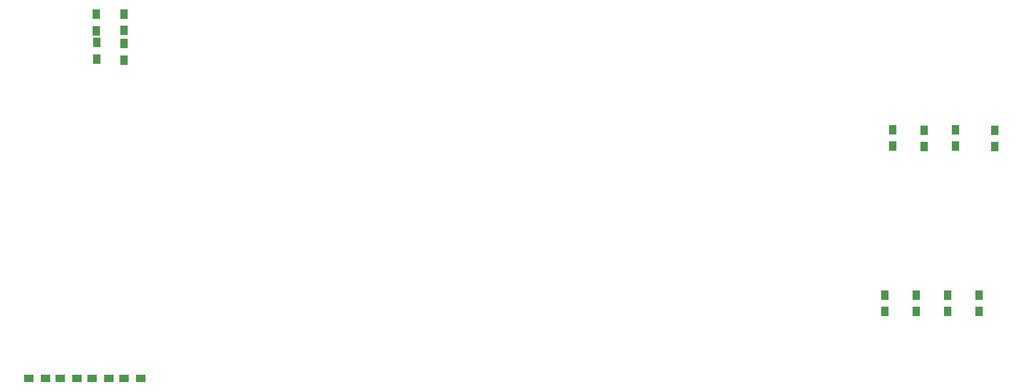
<source format=gbr>
G04 #@! TF.FileFunction,Paste,Bot*
%FSLAX46Y46*%
G04 Gerber Fmt 4.6, Leading zero omitted, Abs format (unit mm)*
G04 Created by KiCad (PCBNEW 4.0.7) date 10/08/17 10:55:57*
%MOMM*%
%LPD*%
G01*
G04 APERTURE LIST*
%ADD10C,0.100000*%
%ADD11R,1.300000X1.500000*%
%ADD12R,1.500000X1.300000*%
G04 APERTURE END LIST*
D10*
D11*
X82677000Y-60816500D03*
X82677000Y-63516500D03*
X87185500Y-60753000D03*
X87185500Y-63453000D03*
X82740500Y-68088500D03*
X82740500Y-65388500D03*
X87185500Y-68215500D03*
X87185500Y-65515500D03*
D12*
X71802000Y-119697500D03*
X74502000Y-119697500D03*
X76818500Y-119697500D03*
X79518500Y-119697500D03*
X82025500Y-119697500D03*
X84725500Y-119697500D03*
X87169000Y-119761000D03*
X89869000Y-119761000D03*
D11*
X211582000Y-82169000D03*
X211582000Y-79469000D03*
X216662000Y-82249000D03*
X216662000Y-79549000D03*
X221742000Y-82169000D03*
X221742000Y-79469000D03*
X228092000Y-82249000D03*
X228092000Y-79549000D03*
X210312000Y-106219000D03*
X210312000Y-108919000D03*
X215392000Y-106219000D03*
X215392000Y-108919000D03*
X220472000Y-106219000D03*
X220472000Y-108919000D03*
X225552000Y-106219000D03*
X225552000Y-108919000D03*
M02*

</source>
